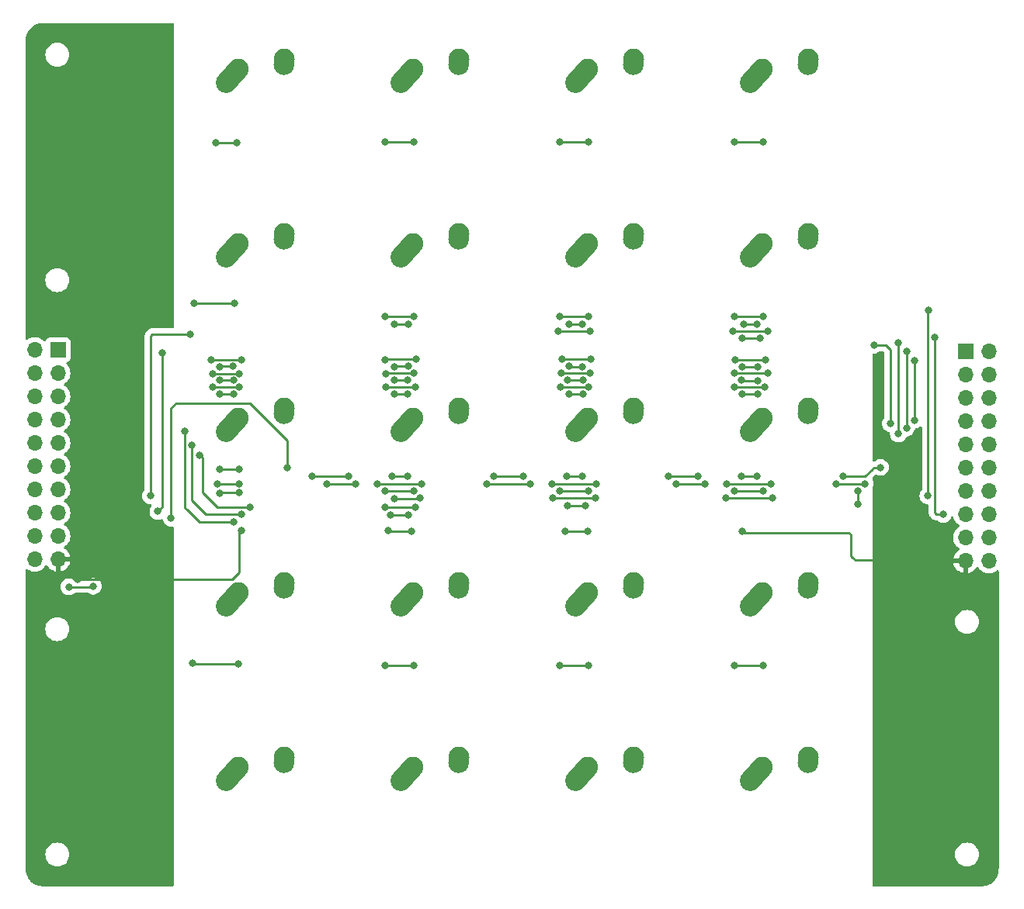
<source format=gbl>
G04 #@! TF.GenerationSoftware,KiCad,Pcbnew,(6.0.9)*
G04 #@! TF.CreationDate,2023-03-10T16:48:27-06:00*
G04 #@! TF.ProjectId,Number Pad,4e756d62-6572-4205-9061-642e6b696361,rev?*
G04 #@! TF.SameCoordinates,Original*
G04 #@! TF.FileFunction,Copper,L2,Bot*
G04 #@! TF.FilePolarity,Positive*
%FSLAX46Y46*%
G04 Gerber Fmt 4.6, Leading zero omitted, Abs format (unit mm)*
G04 Created by KiCad (PCBNEW (6.0.9)) date 2023-03-10 16:48:27*
%MOMM*%
%LPD*%
G01*
G04 APERTURE LIST*
G04 Aperture macros list*
%AMHorizOval*
0 Thick line with rounded ends*
0 $1 width*
0 $2 $3 position (X,Y) of the first rounded end (center of the circle)*
0 $4 $5 position (X,Y) of the second rounded end (center of the circle)*
0 Add line between two ends*
20,1,$1,$2,$3,$4,$5,0*
0 Add two circle primitives to create the rounded ends*
1,1,$1,$2,$3*
1,1,$1,$4,$5*%
G04 Aperture macros list end*
G04 #@! TA.AperFunction,ComponentPad*
%ADD10HorizOval,2.250000X0.655001X0.730000X-0.655001X-0.730000X0*%
G04 #@! TD*
G04 #@! TA.AperFunction,ComponentPad*
%ADD11C,2.250000*%
G04 #@! TD*
G04 #@! TA.AperFunction,ComponentPad*
%ADD12HorizOval,2.250000X0.020000X0.290000X-0.020000X-0.290000X0*%
G04 #@! TD*
G04 #@! TA.AperFunction,ComponentPad*
%ADD13R,1.700000X1.700000*%
G04 #@! TD*
G04 #@! TA.AperFunction,ComponentPad*
%ADD14O,1.700000X1.700000*%
G04 #@! TD*
G04 #@! TA.AperFunction,ViaPad*
%ADD15C,0.800000*%
G04 #@! TD*
G04 #@! TA.AperFunction,Conductor*
%ADD16C,0.250000*%
G04 #@! TD*
G04 APERTURE END LIST*
D10*
X46851251Y-59436250D03*
D11*
X47506250Y-58706250D03*
D12*
X52526250Y-57916250D03*
D11*
X52546250Y-57626250D03*
D10*
X46851251Y-40386250D03*
D11*
X47506250Y-39656250D03*
X52546250Y-38576250D03*
D12*
X52526250Y-38866250D03*
D11*
X85606250Y-96806250D03*
D10*
X84951251Y-97536250D03*
D12*
X90626250Y-96016250D03*
D11*
X90646250Y-95726250D03*
X85606250Y-58706250D03*
D10*
X84951251Y-59436250D03*
D11*
X90646250Y-57626250D03*
D12*
X90626250Y-57916250D03*
D10*
X104001251Y-59436250D03*
D11*
X104656250Y-58706250D03*
X109696250Y-57626250D03*
D12*
X109676250Y-57916250D03*
D11*
X47506250Y-77756250D03*
D10*
X46851251Y-78486250D03*
D12*
X52526250Y-76966250D03*
D11*
X52546250Y-76676250D03*
X85606250Y-77756250D03*
D10*
X84951251Y-78486250D03*
D12*
X90626250Y-76966250D03*
D11*
X90646250Y-76676250D03*
D13*
X126841250Y-51435000D03*
D14*
X129381250Y-51435000D03*
X126841250Y-53975000D03*
X129381250Y-53975000D03*
X126841250Y-56515000D03*
X129381250Y-56515000D03*
X126841250Y-59055000D03*
X129381250Y-59055000D03*
X126841250Y-61595000D03*
X129381250Y-61595000D03*
X126841250Y-64135000D03*
X129381250Y-64135000D03*
X126841250Y-66675000D03*
X129381250Y-66675000D03*
X126841250Y-69215000D03*
X129381250Y-69215000D03*
X126841250Y-71755000D03*
X129381250Y-71755000D03*
X126841250Y-74295000D03*
X129381250Y-74295000D03*
D11*
X47506250Y-96806250D03*
D10*
X46851251Y-97536250D03*
D11*
X52546250Y-95726250D03*
D12*
X52526250Y-96016250D03*
D10*
X65901251Y-78486250D03*
D11*
X66556250Y-77756250D03*
X71596250Y-76676250D03*
D12*
X71576250Y-76966250D03*
D10*
X65901251Y-21336250D03*
D11*
X66556250Y-20606250D03*
X71596250Y-19526250D03*
D12*
X71576250Y-19816250D03*
D10*
X65901251Y-40386250D03*
D11*
X66556250Y-39656250D03*
D12*
X71576250Y-38866250D03*
D11*
X71596250Y-38576250D03*
D10*
X84951251Y-40386250D03*
D11*
X85606250Y-39656250D03*
D12*
X90626250Y-38866250D03*
D11*
X90646250Y-38576250D03*
X47506250Y-20606250D03*
D10*
X46851251Y-21336250D03*
D11*
X52546250Y-19526250D03*
D12*
X52526250Y-19816250D03*
D10*
X104001251Y-40386250D03*
D11*
X104656250Y-39656250D03*
D12*
X109676250Y-38866250D03*
D11*
X109696250Y-38576250D03*
D10*
X104001251Y-78486250D03*
D11*
X104656250Y-77756250D03*
D12*
X109676250Y-76966250D03*
D11*
X109696250Y-76676250D03*
X104656250Y-96806250D03*
D10*
X104001251Y-97536250D03*
D12*
X109676250Y-96016250D03*
D11*
X109696250Y-95726250D03*
X66556250Y-96806250D03*
D10*
X65901251Y-97536250D03*
D11*
X71596250Y-95726250D03*
D12*
X71576250Y-96016250D03*
D13*
X27850000Y-51256250D03*
D14*
X25310000Y-51256250D03*
X27850000Y-53796250D03*
X25310000Y-53796250D03*
X27850000Y-56336250D03*
X25310000Y-56336250D03*
X27850000Y-58876250D03*
X25310000Y-58876250D03*
X27850000Y-61416250D03*
X25310000Y-61416250D03*
X27850000Y-63956250D03*
X25310000Y-63956250D03*
X27850000Y-66496250D03*
X25310000Y-66496250D03*
X27850000Y-69036250D03*
X25310000Y-69036250D03*
X27850000Y-71576250D03*
X25310000Y-71576250D03*
X27850000Y-74116250D03*
X25310000Y-74116250D03*
D10*
X65901251Y-59436250D03*
D11*
X66556250Y-58706250D03*
X71596250Y-57626250D03*
D12*
X71576250Y-57916250D03*
D10*
X104001251Y-21336250D03*
D11*
X104656250Y-20606250D03*
X109696250Y-19526250D03*
D12*
X109676250Y-19816250D03*
D10*
X84951251Y-21336250D03*
D11*
X85606250Y-20606250D03*
X90646250Y-19526250D03*
D12*
X90626250Y-19816250D03*
D15*
X66675000Y-28575000D03*
X82550000Y-28575000D03*
X122719500Y-67200000D03*
X63500000Y-28575000D03*
X37950000Y-67220750D03*
X104775000Y-28575000D03*
X101600000Y-28575000D03*
X85725000Y-28575000D03*
X122809000Y-46990000D03*
X47371000Y-28702000D03*
X42300000Y-49550000D03*
X45085000Y-28702000D03*
X66675000Y-47625000D03*
X39200000Y-51600000D03*
X63500000Y-47625000D03*
X42709500Y-46228000D03*
X82550000Y-47625000D03*
X85725000Y-47625000D03*
X101600000Y-47625000D03*
X47117000Y-46228000D03*
X123444000Y-49911000D03*
X38750000Y-68900000D03*
X104775000Y-47625000D03*
X124400000Y-69250000D03*
X85725000Y-66675000D03*
X115093750Y-66675000D03*
X66675000Y-66675000D03*
X82550000Y-66675000D03*
X101600000Y-66675000D03*
X104775000Y-66675000D03*
X40200000Y-69650000D03*
X115093750Y-68124000D03*
X104775000Y-66675000D03*
X63500000Y-66675000D03*
X52832000Y-64135000D03*
X104775000Y-85725000D03*
X101600000Y-85725000D03*
X42545000Y-85471000D03*
X47498000Y-85598000D03*
X63500000Y-85725000D03*
X85725000Y-85725000D03*
X82550000Y-85725000D03*
X66675000Y-85725000D03*
X29050000Y-77150000D03*
X31700000Y-77074500D03*
X85020750Y-53123500D03*
X45466000Y-53132464D03*
X46920750Y-53086000D03*
X64516000Y-53123500D03*
X102489000Y-53123500D03*
X66050616Y-53067519D03*
X104140000Y-53123500D03*
X83566000Y-53086000D03*
X102616000Y-48514000D03*
X66040000Y-48514000D03*
X121285000Y-58930750D03*
X83566000Y-48514000D03*
X104070750Y-48514000D03*
X85020750Y-48514000D03*
X64516000Y-48514000D03*
X121285000Y-52481750D03*
X30000000Y-76350000D03*
X121950000Y-74250000D03*
X102489000Y-71120000D03*
X85598000Y-71120000D03*
X63881000Y-70993000D03*
X47879000Y-70993000D03*
X66421000Y-71120000D03*
X83185000Y-71120000D03*
X85852000Y-49276000D03*
X101473000Y-49238500D03*
X82423000Y-49276000D03*
X120396000Y-59817000D03*
X120396000Y-51435000D03*
X41700000Y-60150000D03*
X105283000Y-49238500D03*
X46990000Y-70104000D03*
X119507000Y-50546000D03*
X66040000Y-69342000D03*
X42450000Y-61650000D03*
X119507000Y-60452000D03*
X104394000Y-50038000D03*
X102489000Y-50038000D03*
X64135000Y-69342000D03*
X47879000Y-69215000D03*
X44715271Y-55360729D03*
X82677000Y-55372000D03*
X66802000Y-55372000D03*
X101600000Y-55372000D03*
X85729866Y-55366161D03*
X63627000Y-55372000D03*
X104902000Y-55372000D03*
X47623291Y-55360729D03*
X102489000Y-56134000D03*
X46990000Y-56134000D03*
X104140000Y-56134000D03*
X83566000Y-56134000D03*
X45466000Y-56134000D03*
X85090000Y-56134000D03*
X64521750Y-56134000D03*
X65970750Y-56134000D03*
X45471750Y-54610000D03*
X104195245Y-54647500D03*
X65970750Y-54610000D03*
X83439000Y-54610000D03*
X102362000Y-54610000D03*
X64516000Y-54610000D03*
X46978822Y-54596749D03*
X85098347Y-54591442D03*
X63627000Y-53885500D03*
X85852000Y-53848000D03*
X66675000Y-53848000D03*
X44701552Y-53885500D03*
X47650925Y-53856964D03*
X101600000Y-53848000D03*
X82708661Y-53848000D03*
X105283000Y-53848000D03*
X116840000Y-50762500D03*
X85344000Y-68326000D03*
X43300000Y-62750000D03*
X118618000Y-59309000D03*
X63500000Y-68453000D03*
X48768000Y-68453000D03*
X66802000Y-68453000D03*
X83439000Y-68326000D03*
X65970750Y-65087500D03*
X78581250Y-65087500D03*
X117550000Y-64100000D03*
X97631250Y-65087500D03*
X47625000Y-64293750D03*
X113506250Y-65087500D03*
X75406250Y-65087500D03*
X83343750Y-65087500D03*
X104070750Y-65087500D03*
X59531250Y-65087500D03*
X64293750Y-65087500D03*
X55562500Y-65087500D03*
X102393750Y-65087500D03*
X45471750Y-64293750D03*
X85020750Y-65087500D03*
X94456250Y-65087500D03*
X101727000Y-52399000D03*
X63500000Y-52361500D03*
X66929000Y-52324000D03*
X82804000Y-52324000D03*
X85979000Y-52324000D03*
X47879000Y-52361500D03*
X44577000Y-52407964D03*
X105021460Y-52398500D03*
X60325000Y-65881250D03*
X95250000Y-65881250D03*
X57150000Y-65881250D03*
X45243750Y-65881250D03*
X47625000Y-65881250D03*
X98425000Y-65881250D03*
X74606250Y-65950500D03*
X105568750Y-65881250D03*
X67468750Y-65881250D03*
X62706250Y-65881250D03*
X100806250Y-65881250D03*
X115887500Y-65881250D03*
X81756250Y-65881250D03*
X79375000Y-65881250D03*
X112712500Y-65881250D03*
X86518750Y-65881250D03*
X67314866Y-67442839D03*
X47625000Y-66880753D03*
X105791000Y-67399500D03*
X45471750Y-66900000D03*
X100711000Y-67437000D03*
X86487000Y-67399500D03*
X81788000Y-67437000D03*
X64521750Y-67564000D03*
D16*
X122719000Y-47080000D02*
X122809000Y-46990000D01*
X122719000Y-67199500D02*
X122719000Y-47080000D01*
X41200000Y-49550000D02*
X42300000Y-49550000D01*
X37950000Y-49750000D02*
X38050000Y-49650000D01*
X38050000Y-49650000D02*
X38150000Y-49550000D01*
X37950000Y-67220750D02*
X37950000Y-49750000D01*
X104775000Y-28575000D02*
X101600000Y-28575000D01*
X122719500Y-67200000D02*
X122719000Y-67199500D01*
X45085000Y-28702000D02*
X47371000Y-28702000D01*
X66675000Y-28575000D02*
X63500000Y-28575000D01*
X85725000Y-28575000D02*
X82550000Y-28575000D01*
X38150000Y-49550000D02*
X41200000Y-49550000D01*
X123444000Y-49911000D02*
X123444000Y-69044000D01*
X123650000Y-69250000D02*
X123444000Y-69044000D01*
X85725000Y-47625000D02*
X82550000Y-47625000D01*
X39200000Y-51600000D02*
X39200000Y-68450000D01*
X66675000Y-47625000D02*
X63500000Y-47625000D01*
X124400000Y-69250000D02*
X123650000Y-69250000D01*
X104775000Y-47625000D02*
X101600000Y-47625000D01*
X39200000Y-68450000D02*
X38750000Y-68900000D01*
X42709500Y-46228000D02*
X47117000Y-46228000D01*
X41250000Y-57150000D02*
X48768000Y-57150000D01*
X104775000Y-66675000D02*
X101600000Y-66675000D01*
X66675000Y-66675000D02*
X63500000Y-66675000D01*
X41250000Y-57150000D02*
X40650000Y-57150000D01*
X85725000Y-66675000D02*
X82550000Y-66675000D01*
X115093750Y-68124000D02*
X115093750Y-66675000D01*
X40550000Y-57250000D02*
X40200000Y-57600000D01*
X40200000Y-57600000D02*
X40200000Y-69650000D01*
X40650000Y-57150000D02*
X40550000Y-57250000D01*
X48768000Y-57150000D02*
X52832000Y-61214000D01*
X52832000Y-61214000D02*
X52832000Y-64135000D01*
X66675000Y-85725000D02*
X63500000Y-85725000D01*
X42672000Y-85598000D02*
X42545000Y-85471000D01*
X85725000Y-85725000D02*
X82550000Y-85725000D01*
X47498000Y-85598000D02*
X42672000Y-85598000D01*
X104775000Y-85725000D02*
X101600000Y-85725000D01*
X29400000Y-77150000D02*
X29050000Y-77150000D01*
X31624500Y-77150000D02*
X29400000Y-77150000D01*
X31700000Y-77074500D02*
X31624500Y-77150000D01*
X45512464Y-53086000D02*
X45466000Y-53132464D01*
X83603500Y-53123500D02*
X83566000Y-53086000D01*
X64571981Y-53067519D02*
X64516000Y-53123500D01*
X46920750Y-53086000D02*
X45512464Y-53086000D01*
X85020750Y-53123500D02*
X83603500Y-53123500D01*
X66050616Y-53067519D02*
X64571981Y-53067519D01*
X104140000Y-53123500D02*
X102489000Y-53123500D01*
X121285000Y-58930750D02*
X121285000Y-52481750D01*
X85020750Y-48514000D02*
X83566000Y-48514000D01*
X104070750Y-48514000D02*
X102616000Y-48514000D01*
X66040000Y-48514000D02*
X64516000Y-48514000D01*
X47625000Y-75565000D02*
X47625000Y-71247000D01*
X114300000Y-71437500D02*
X114068750Y-71206250D01*
X114068750Y-71206250D02*
X102575250Y-71206250D01*
X114500000Y-73950000D02*
X114800000Y-74250000D01*
X66421000Y-71120000D02*
X64008000Y-71120000D01*
X114300000Y-73025000D02*
X114300000Y-73750000D01*
X47445000Y-75745000D02*
X47625000Y-75565000D01*
X47625000Y-71247000D02*
X47879000Y-70993000D01*
X46863000Y-76327000D02*
X47445000Y-75745000D01*
X114300000Y-71437500D02*
X114300000Y-73025000D01*
X114300000Y-73750000D02*
X114500000Y-73950000D01*
X102575250Y-71206250D02*
X102489000Y-71120000D01*
X85598000Y-71120000D02*
X83185000Y-71120000D01*
X46840000Y-76350000D02*
X47445000Y-75745000D01*
X30000000Y-76350000D02*
X46840000Y-76350000D01*
X114800000Y-74250000D02*
X121950000Y-74250000D01*
X64008000Y-71120000D02*
X63881000Y-70993000D01*
X43304000Y-70104000D02*
X41900000Y-68700000D01*
X45646000Y-70104000D02*
X43304000Y-70104000D01*
X120396000Y-59817000D02*
X120396000Y-51435000D01*
X41700000Y-68500000D02*
X41700000Y-60150000D01*
X85852000Y-49276000D02*
X82423000Y-49276000D01*
X105283000Y-49238500D02*
X101473000Y-49238500D01*
X45646000Y-70104000D02*
X46990000Y-70104000D01*
X41900000Y-68700000D02*
X41700000Y-68500000D01*
X64135000Y-69342000D02*
X66040000Y-69342000D01*
X42450000Y-67700000D02*
X42450000Y-61650000D01*
X44450000Y-69215000D02*
X43965000Y-69215000D01*
X43600000Y-68850000D02*
X42450000Y-67700000D01*
X43965000Y-69215000D02*
X43600000Y-68850000D01*
X104394000Y-50038000D02*
X102489000Y-50038000D01*
X119507000Y-60452000D02*
X119507000Y-50546000D01*
X44450000Y-69215000D02*
X47879000Y-69215000D01*
X85724027Y-55372000D02*
X82677000Y-55372000D01*
X85729866Y-55366161D02*
X85724027Y-55372000D01*
X104902000Y-55372000D02*
X101600000Y-55372000D01*
X47623291Y-55360729D02*
X44715271Y-55360729D01*
X66802000Y-55372000D02*
X63627000Y-55372000D01*
X46990000Y-56134000D02*
X45466000Y-56134000D01*
X104140000Y-56134000D02*
X102489000Y-56134000D01*
X65970750Y-56134000D02*
X64521750Y-56134000D01*
X85090000Y-56134000D02*
X83566000Y-56134000D01*
X85098347Y-54591442D02*
X83457558Y-54591442D01*
X83457558Y-54591442D02*
X83439000Y-54610000D01*
X45485001Y-54596749D02*
X45471750Y-54610000D01*
X102399500Y-54647500D02*
X102362000Y-54610000D01*
X104195245Y-54647500D02*
X102399500Y-54647500D01*
X65970750Y-54610000D02*
X64516000Y-54610000D01*
X46978822Y-54596749D02*
X45485001Y-54596749D01*
X66675000Y-53848000D02*
X63664500Y-53848000D01*
X44730088Y-53856964D02*
X44701552Y-53885500D01*
X105283000Y-53848000D02*
X101600000Y-53848000D01*
X63664500Y-53848000D02*
X63627000Y-53885500D01*
X47650925Y-53856964D02*
X44730088Y-53856964D01*
X85852000Y-53848000D02*
X82708661Y-53848000D01*
X43300000Y-62750000D02*
X43400000Y-62750000D01*
X63500000Y-68453000D02*
X66802000Y-68453000D01*
X83439000Y-68326000D02*
X85344000Y-68326000D01*
X43650000Y-66850000D02*
X45253000Y-68453000D01*
X118110000Y-50800000D02*
X118072500Y-50762500D01*
X118072500Y-50762500D02*
X116840000Y-50762500D01*
X45253000Y-68453000D02*
X48768000Y-68453000D01*
X43400000Y-62750000D02*
X43650000Y-63000000D01*
X118618000Y-51308000D02*
X118110000Y-50800000D01*
X43650000Y-63000000D02*
X43650000Y-66850000D01*
X118618000Y-59309000D02*
X118618000Y-51308000D01*
X55562500Y-65087500D02*
X59531250Y-65087500D01*
X83343750Y-65087500D02*
X85020750Y-65087500D01*
X45471750Y-64293750D02*
X47625000Y-64293750D01*
X64293750Y-65087500D02*
X65881250Y-65087500D01*
X116800000Y-64150000D02*
X116850000Y-64100000D01*
X116681250Y-64293750D02*
X116681250Y-64268750D01*
X116681250Y-64268750D02*
X116800000Y-64150000D01*
X116850000Y-64100000D02*
X117550000Y-64100000D01*
X65881250Y-65087500D02*
X65970750Y-65087500D01*
X94456250Y-65087500D02*
X97631250Y-65087500D01*
X113506250Y-65087500D02*
X115887500Y-65087500D01*
X115887500Y-65087500D02*
X116681250Y-64293750D01*
X75406250Y-65087500D02*
X78581250Y-65087500D01*
X102393750Y-65087500D02*
X104070750Y-65087500D01*
X105021460Y-52398500D02*
X101727500Y-52398500D01*
X101727500Y-52398500D02*
X101727000Y-52399000D01*
X66929000Y-52324000D02*
X63537500Y-52324000D01*
X44623464Y-52361500D02*
X44577000Y-52407964D01*
X47879000Y-52361500D02*
X44623464Y-52361500D01*
X85979000Y-52324000D02*
X82804000Y-52324000D01*
X63537500Y-52324000D02*
X63500000Y-52361500D01*
X67468750Y-65881250D02*
X62706250Y-65881250D01*
X47625000Y-65881250D02*
X45243750Y-65881250D01*
X79375000Y-65881250D02*
X74675500Y-65881250D01*
X86518750Y-65881250D02*
X81756250Y-65881250D01*
X105568750Y-65881250D02*
X100806250Y-65881250D01*
X98425000Y-65881250D02*
X95250000Y-65881250D01*
X74675500Y-65881250D02*
X74606250Y-65950500D01*
X60325000Y-65881250D02*
X57150000Y-65881250D01*
X115887500Y-65881250D02*
X112712500Y-65881250D01*
X86487000Y-67399500D02*
X86449500Y-67437000D01*
X105791000Y-67399500D02*
X100748500Y-67399500D01*
X45485112Y-66880753D02*
X45485112Y-66886638D01*
X67314866Y-67442839D02*
X67193705Y-67564000D01*
X86449500Y-67437000D02*
X81788000Y-67437000D01*
X47625000Y-66880753D02*
X45485112Y-66880753D01*
X100748500Y-67399500D02*
X100711000Y-67437000D01*
X67193705Y-67564000D02*
X64521750Y-67564000D01*
X45485112Y-66886638D02*
X45471750Y-66900000D01*
G04 #@! TA.AperFunction,Conductor*
G36*
X40423371Y-15609752D02*
G01*
X40469864Y-15663408D01*
X40481250Y-15715750D01*
X40481250Y-48790500D01*
X40461248Y-48858621D01*
X40407592Y-48905114D01*
X40355250Y-48916500D01*
X38228763Y-48916500D01*
X38217579Y-48915973D01*
X38210091Y-48914299D01*
X38202168Y-48914548D01*
X38142033Y-48916438D01*
X38138075Y-48916500D01*
X38110144Y-48916500D01*
X38106229Y-48916995D01*
X38106225Y-48916995D01*
X38106167Y-48917003D01*
X38106138Y-48917006D01*
X38094296Y-48917939D01*
X38050110Y-48919327D01*
X38032744Y-48924372D01*
X38030658Y-48924978D01*
X38011306Y-48928986D01*
X38004235Y-48929880D01*
X37991203Y-48931526D01*
X37983834Y-48934443D01*
X37983832Y-48934444D01*
X37950097Y-48947800D01*
X37938869Y-48951645D01*
X37896407Y-48963982D01*
X37889585Y-48968016D01*
X37889579Y-48968019D01*
X37878968Y-48974294D01*
X37861218Y-48982990D01*
X37849756Y-48987528D01*
X37849751Y-48987531D01*
X37842383Y-48990448D01*
X37835968Y-48995109D01*
X37806625Y-49016427D01*
X37796707Y-49022943D01*
X37779002Y-49033414D01*
X37758637Y-49045458D01*
X37744313Y-49059782D01*
X37729281Y-49072621D01*
X37712893Y-49084528D01*
X37684712Y-49118593D01*
X37676722Y-49127373D01*
X37557747Y-49246348D01*
X37549461Y-49253888D01*
X37542982Y-49258000D01*
X37537557Y-49263777D01*
X37496357Y-49307651D01*
X37493602Y-49310493D01*
X37473865Y-49330230D01*
X37471385Y-49333427D01*
X37463682Y-49342447D01*
X37433414Y-49374679D01*
X37429595Y-49381625D01*
X37429593Y-49381628D01*
X37423652Y-49392434D01*
X37412801Y-49408953D01*
X37400386Y-49424959D01*
X37397241Y-49432228D01*
X37397238Y-49432232D01*
X37382826Y-49465537D01*
X37377609Y-49476187D01*
X37356305Y-49514940D01*
X37354334Y-49522615D01*
X37354334Y-49522616D01*
X37351267Y-49534562D01*
X37344863Y-49553266D01*
X37336819Y-49571855D01*
X37335580Y-49579678D01*
X37335577Y-49579688D01*
X37329901Y-49615524D01*
X37327495Y-49627144D01*
X37316500Y-49669970D01*
X37316500Y-49690224D01*
X37314949Y-49709934D01*
X37311780Y-49729943D01*
X37312526Y-49737835D01*
X37315941Y-49773961D01*
X37316500Y-49785819D01*
X37316500Y-66518226D01*
X37296498Y-66586347D01*
X37284142Y-66602529D01*
X37210960Y-66683806D01*
X37115473Y-66849194D01*
X37056458Y-67030822D01*
X37036496Y-67220750D01*
X37037186Y-67227315D01*
X37053590Y-67383387D01*
X37056458Y-67410678D01*
X37115473Y-67592306D01*
X37118776Y-67598028D01*
X37118777Y-67598029D01*
X37128859Y-67615492D01*
X37210960Y-67757694D01*
X37215378Y-67762601D01*
X37215379Y-67762602D01*
X37242649Y-67792888D01*
X37338747Y-67899616D01*
X37493248Y-68011868D01*
X37499276Y-68014552D01*
X37499278Y-68014553D01*
X37563441Y-68043120D01*
X37667712Y-68089544D01*
X37739246Y-68104749D01*
X37848056Y-68127878D01*
X37848061Y-68127878D01*
X37854513Y-68129250D01*
X37938480Y-68129250D01*
X38006601Y-68149252D01*
X38053094Y-68202908D01*
X38063198Y-68273182D01*
X38032117Y-68339559D01*
X38010960Y-68363056D01*
X37915473Y-68528444D01*
X37856458Y-68710072D01*
X37836496Y-68900000D01*
X37856458Y-69089928D01*
X37915473Y-69271556D01*
X38010960Y-69436944D01*
X38015378Y-69441851D01*
X38015379Y-69441852D01*
X38089282Y-69523930D01*
X38138747Y-69578866D01*
X38293248Y-69691118D01*
X38299276Y-69693802D01*
X38299278Y-69693803D01*
X38461679Y-69766108D01*
X38467712Y-69768794D01*
X38561113Y-69788647D01*
X38648056Y-69807128D01*
X38648061Y-69807128D01*
X38654513Y-69808500D01*
X38845487Y-69808500D01*
X38851939Y-69807128D01*
X38851944Y-69807128D01*
X38938887Y-69788647D01*
X39032288Y-69768794D01*
X39038315Y-69766111D01*
X39038323Y-69766108D01*
X39128629Y-69725901D01*
X39198996Y-69716467D01*
X39263293Y-69746574D01*
X39301106Y-69806663D01*
X39305186Y-69827834D01*
X39305767Y-69833358D01*
X39306458Y-69839928D01*
X39365473Y-70021556D01*
X39460960Y-70186944D01*
X39465378Y-70191851D01*
X39465379Y-70191852D01*
X39578195Y-70317147D01*
X39588747Y-70328866D01*
X39594283Y-70332888D01*
X39711494Y-70418047D01*
X39743248Y-70441118D01*
X39749276Y-70443802D01*
X39749278Y-70443803D01*
X39749833Y-70444050D01*
X39917712Y-70518794D01*
X40011112Y-70538647D01*
X40098056Y-70557128D01*
X40098061Y-70557128D01*
X40104513Y-70558500D01*
X40295487Y-70558500D01*
X40301942Y-70557128D01*
X40301951Y-70557127D01*
X40329052Y-70551366D01*
X40399843Y-70556767D01*
X40456476Y-70599583D01*
X40480970Y-70666220D01*
X40481250Y-70674612D01*
X40481250Y-109696750D01*
X40461248Y-109764871D01*
X40407592Y-109811364D01*
X40355250Y-109822750D01*
X26243117Y-109822750D01*
X26223732Y-109821250D01*
X26208899Y-109818940D01*
X26208895Y-109818940D01*
X26200026Y-109817559D01*
X26183738Y-109819689D01*
X26159160Y-109820483D01*
X26114551Y-109817559D01*
X25957549Y-109807268D01*
X25941209Y-109805117D01*
X25717147Y-109760549D01*
X25701226Y-109756283D01*
X25484899Y-109682849D01*
X25469673Y-109676542D01*
X25264783Y-109575502D01*
X25250509Y-109567261D01*
X25060562Y-109440342D01*
X25047487Y-109430309D01*
X24875726Y-109279679D01*
X24864071Y-109268024D01*
X24713441Y-109096263D01*
X24703408Y-109083188D01*
X24576489Y-108893241D01*
X24568248Y-108878967D01*
X24467208Y-108674077D01*
X24460901Y-108658851D01*
X24387467Y-108442524D01*
X24383201Y-108426603D01*
X24338633Y-108202541D01*
X24336482Y-108186201D01*
X24323976Y-107995407D01*
X24325150Y-107972232D01*
X24324834Y-107972204D01*
X24325270Y-107967344D01*
X24326076Y-107962552D01*
X24326229Y-107950000D01*
X24322273Y-107922376D01*
X24321000Y-107904514D01*
X24321000Y-106362500D01*
X26474026Y-106362500D01*
X26493886Y-106589497D01*
X26552861Y-106809597D01*
X26555183Y-106814577D01*
X26555184Y-106814579D01*
X26646835Y-107011125D01*
X26646838Y-107011130D01*
X26649161Y-107016112D01*
X26779858Y-107202767D01*
X26940983Y-107363892D01*
X26945491Y-107367049D01*
X26945494Y-107367051D01*
X27123129Y-107491432D01*
X27127638Y-107494589D01*
X27132620Y-107496912D01*
X27132625Y-107496915D01*
X27329171Y-107588566D01*
X27334153Y-107590889D01*
X27339461Y-107592311D01*
X27339463Y-107592312D01*
X27548938Y-107648440D01*
X27548939Y-107648440D01*
X27554253Y-107649864D01*
X27781250Y-107669724D01*
X28008247Y-107649864D01*
X28013561Y-107648440D01*
X28013562Y-107648440D01*
X28223037Y-107592312D01*
X28223039Y-107592311D01*
X28228347Y-107590889D01*
X28233329Y-107588566D01*
X28429875Y-107496915D01*
X28429880Y-107496912D01*
X28434862Y-107494589D01*
X28439371Y-107491432D01*
X28617006Y-107367051D01*
X28617009Y-107367049D01*
X28621517Y-107363892D01*
X28782642Y-107202767D01*
X28913339Y-107016112D01*
X28915662Y-107011130D01*
X28915665Y-107011125D01*
X29007316Y-106814579D01*
X29007317Y-106814577D01*
X29009639Y-106809597D01*
X29068614Y-106589497D01*
X29088474Y-106362500D01*
X29068614Y-106135503D01*
X29009639Y-105915403D01*
X29007316Y-105910421D01*
X28915665Y-105713875D01*
X28915662Y-105713870D01*
X28913339Y-105708888D01*
X28782642Y-105522233D01*
X28621517Y-105361108D01*
X28617009Y-105357951D01*
X28617006Y-105357949D01*
X28439371Y-105233568D01*
X28439369Y-105233567D01*
X28434862Y-105230411D01*
X28429880Y-105228088D01*
X28429875Y-105228085D01*
X28233329Y-105136434D01*
X28233327Y-105136433D01*
X28228347Y-105134111D01*
X28223039Y-105132689D01*
X28223037Y-105132688D01*
X28013562Y-105076560D01*
X28013561Y-105076560D01*
X28008247Y-105075136D01*
X27781250Y-105055276D01*
X27554253Y-105075136D01*
X27548939Y-105076560D01*
X27548938Y-105076560D01*
X27339463Y-105132688D01*
X27339461Y-105132689D01*
X27334153Y-105134111D01*
X27329173Y-105136433D01*
X27329171Y-105136434D01*
X27132625Y-105228085D01*
X27132620Y-105228088D01*
X27127638Y-105230411D01*
X27123131Y-105233567D01*
X27123129Y-105233568D01*
X26945494Y-105357949D01*
X26945491Y-105357951D01*
X26940983Y-105361108D01*
X26779858Y-105522233D01*
X26649161Y-105708888D01*
X26646838Y-105713870D01*
X26646835Y-105713875D01*
X26555184Y-105910421D01*
X26552861Y-105915403D01*
X26493886Y-106135503D01*
X26474026Y-106362500D01*
X24321000Y-106362500D01*
X24321000Y-81756250D01*
X26474026Y-81756250D01*
X26493886Y-81983247D01*
X26552861Y-82203347D01*
X26555183Y-82208327D01*
X26555184Y-82208329D01*
X26646835Y-82404875D01*
X26646838Y-82404880D01*
X26649161Y-82409862D01*
X26779858Y-82596517D01*
X26940983Y-82757642D01*
X26945491Y-82760799D01*
X26945494Y-82760801D01*
X27123129Y-82885182D01*
X27127638Y-82888339D01*
X27132620Y-82890662D01*
X27132625Y-82890665D01*
X27329171Y-82982316D01*
X27334153Y-82984639D01*
X27339461Y-82986061D01*
X27339463Y-82986062D01*
X27548938Y-83042190D01*
X27548939Y-83042190D01*
X27554253Y-83043614D01*
X27781250Y-83063474D01*
X28008247Y-83043614D01*
X28013561Y-83042190D01*
X28013562Y-83042190D01*
X28223037Y-82986062D01*
X28223039Y-82986061D01*
X28228347Y-82984639D01*
X28233329Y-82982316D01*
X28429875Y-82890665D01*
X28429880Y-82890662D01*
X28434862Y-82888339D01*
X28439371Y-82885182D01*
X28617006Y-82760801D01*
X28617009Y-82760799D01*
X28621517Y-82757642D01*
X28782642Y-82596517D01*
X28913339Y-82409862D01*
X28915662Y-82404880D01*
X28915665Y-82404875D01*
X29007316Y-82208329D01*
X29007317Y-82208327D01*
X29009639Y-82203347D01*
X29068614Y-81983247D01*
X29088474Y-81756250D01*
X29068614Y-81529253D01*
X29009639Y-81309153D01*
X29007316Y-81304171D01*
X28915665Y-81107625D01*
X28915662Y-81107620D01*
X28913339Y-81102638D01*
X28782642Y-80915983D01*
X28621517Y-80754858D01*
X28617009Y-80751701D01*
X28617006Y-80751699D01*
X28439371Y-80627318D01*
X28439369Y-80627317D01*
X28434862Y-80624161D01*
X28429880Y-80621838D01*
X28429875Y-80621835D01*
X28233329Y-80530184D01*
X28233327Y-80530183D01*
X28228347Y-80527861D01*
X28223039Y-80526439D01*
X28223037Y-80526438D01*
X28013562Y-80470310D01*
X28013561Y-80470310D01*
X28008247Y-80468886D01*
X27781250Y-80449026D01*
X27554253Y-80468886D01*
X27548939Y-80470310D01*
X27548938Y-80470310D01*
X27339463Y-80526438D01*
X27339461Y-80526439D01*
X27334153Y-80527861D01*
X27329173Y-80530183D01*
X27329171Y-80530184D01*
X27132625Y-80621835D01*
X27132620Y-80621838D01*
X27127638Y-80624161D01*
X27123131Y-80627317D01*
X27123129Y-80627318D01*
X26945494Y-80751699D01*
X26945491Y-80751701D01*
X26940983Y-80754858D01*
X26779858Y-80915983D01*
X26649161Y-81102638D01*
X26646838Y-81107620D01*
X26646835Y-81107625D01*
X26555184Y-81304171D01*
X26552861Y-81309153D01*
X26493886Y-81529253D01*
X26474026Y-81756250D01*
X24321000Y-81756250D01*
X24321000Y-77150000D01*
X28136496Y-77150000D01*
X28137186Y-77156565D01*
X28149183Y-77270706D01*
X28156458Y-77339928D01*
X28215473Y-77521556D01*
X28310960Y-77686944D01*
X28315378Y-77691851D01*
X28315379Y-77691852D01*
X28430350Y-77819540D01*
X28438747Y-77828866D01*
X28593248Y-77941118D01*
X28599276Y-77943802D01*
X28599278Y-77943803D01*
X28761681Y-78016109D01*
X28767712Y-78018794D01*
X28861112Y-78038647D01*
X28948056Y-78057128D01*
X28948061Y-78057128D01*
X28954513Y-78058500D01*
X29145487Y-78058500D01*
X29151939Y-78057128D01*
X29151944Y-78057128D01*
X29238888Y-78038647D01*
X29332288Y-78018794D01*
X29338319Y-78016109D01*
X29500722Y-77943803D01*
X29500724Y-77943802D01*
X29506752Y-77941118D01*
X29661253Y-77828866D01*
X29665668Y-77823963D01*
X29670580Y-77819540D01*
X29671705Y-77820789D01*
X29725014Y-77787949D01*
X29758200Y-77783500D01*
X31089283Y-77783500D01*
X31157404Y-77803502D01*
X31163344Y-77807564D01*
X31192664Y-77828866D01*
X31243248Y-77865618D01*
X31249276Y-77868302D01*
X31249278Y-77868303D01*
X31411681Y-77940609D01*
X31417712Y-77943294D01*
X31511113Y-77963147D01*
X31598056Y-77981628D01*
X31598061Y-77981628D01*
X31604513Y-77983000D01*
X31795487Y-77983000D01*
X31801939Y-77981628D01*
X31801944Y-77981628D01*
X31888887Y-77963147D01*
X31982288Y-77943294D01*
X31988319Y-77940609D01*
X32150722Y-77868303D01*
X32150724Y-77868302D01*
X32156752Y-77865618D01*
X32311253Y-77753366D01*
X32315675Y-77748455D01*
X32434621Y-77616352D01*
X32434622Y-77616351D01*
X32439040Y-77611444D01*
X32534527Y-77446056D01*
X32593542Y-77264428D01*
X32613504Y-77074500D01*
X32601477Y-76960072D01*
X32594232Y-76891135D01*
X32594232Y-76891133D01*
X32593542Y-76884572D01*
X32534527Y-76702944D01*
X32439040Y-76537556D01*
X32379234Y-76471134D01*
X32315675Y-76400545D01*
X32315674Y-76400544D01*
X32311253Y-76395634D01*
X32156752Y-76283382D01*
X32150724Y-76280698D01*
X32150722Y-76280697D01*
X31988319Y-76208391D01*
X31988318Y-76208391D01*
X31982288Y-76205706D01*
X31888887Y-76185853D01*
X31801944Y-76167372D01*
X31801939Y-76167372D01*
X31795487Y-76166000D01*
X31604513Y-76166000D01*
X31598061Y-76167372D01*
X31598056Y-76167372D01*
X31511113Y-76185853D01*
X31417712Y-76205706D01*
X31411682Y-76208391D01*
X31411681Y-76208391D01*
X31249278Y-76280697D01*
X31249276Y-76280698D01*
X31243248Y-76283382D01*
X31088747Y-76395634D01*
X31024260Y-76467255D01*
X31017457Y-76474810D01*
X30957011Y-76512050D01*
X30923821Y-76516500D01*
X29758200Y-76516500D01*
X29690079Y-76496498D01*
X29670853Y-76480157D01*
X29670580Y-76480460D01*
X29665668Y-76476037D01*
X29661253Y-76471134D01*
X29506752Y-76358882D01*
X29500724Y-76356198D01*
X29500722Y-76356197D01*
X29338319Y-76283891D01*
X29338318Y-76283891D01*
X29332288Y-76281206D01*
X29238888Y-76261353D01*
X29151944Y-76242872D01*
X29151939Y-76242872D01*
X29145487Y-76241500D01*
X28954513Y-76241500D01*
X28948061Y-76242872D01*
X28948056Y-76242872D01*
X28861112Y-76261353D01*
X28767712Y-76281206D01*
X28761682Y-76283891D01*
X28761681Y-76283891D01*
X28599278Y-76356197D01*
X28599276Y-76356198D01*
X28593248Y-76358882D01*
X28438747Y-76471134D01*
X28434326Y-76476044D01*
X28434325Y-76476045D01*
X28383360Y-76532648D01*
X28310960Y-76613056D01*
X28215473Y-76778444D01*
X28156458Y-76960072D01*
X28136496Y-77150000D01*
X24321000Y-77150000D01*
X24321000Y-75329294D01*
X24341002Y-75261173D01*
X24394658Y-75214680D01*
X24464932Y-75204576D01*
X24518647Y-75228420D01*
X24519912Y-75226613D01*
X24524145Y-75229577D01*
X24528126Y-75232882D01*
X24721000Y-75345588D01*
X24929692Y-75425280D01*
X24934760Y-75426311D01*
X24934763Y-75426312D01*
X25029862Y-75445660D01*
X25148597Y-75469817D01*
X25153772Y-75470007D01*
X25153774Y-75470007D01*
X25366673Y-75477814D01*
X25366677Y-75477814D01*
X25371837Y-75478003D01*
X25376957Y-75477347D01*
X25376959Y-75477347D01*
X25588288Y-75450275D01*
X25588289Y-75450275D01*
X25593416Y-75449618D01*
X25598366Y-75448133D01*
X25802429Y-75386911D01*
X25802434Y-75386909D01*
X25807384Y-75385424D01*
X26007994Y-75287146D01*
X26189860Y-75157423D01*
X26348096Y-74999739D01*
X26478453Y-74818327D01*
X26479640Y-74819180D01*
X26526960Y-74775612D01*
X26596897Y-74763395D01*
X26662338Y-74790928D01*
X26690166Y-74822761D01*
X26747694Y-74916638D01*
X26753777Y-74924949D01*
X26893213Y-75085917D01*
X26900580Y-75093133D01*
X27064434Y-75229166D01*
X27072881Y-75235081D01*
X27256756Y-75342529D01*
X27266042Y-75346979D01*
X27465001Y-75422953D01*
X27474899Y-75425829D01*
X27578250Y-75446856D01*
X27592299Y-75445660D01*
X27596000Y-75435315D01*
X27596000Y-75434767D01*
X28104000Y-75434767D01*
X28108064Y-75448609D01*
X28121478Y-75450643D01*
X28128184Y-75449784D01*
X28138262Y-75447642D01*
X28342255Y-75386441D01*
X28351842Y-75382683D01*
X28543095Y-75288989D01*
X28551945Y-75283714D01*
X28725328Y-75160042D01*
X28733200Y-75153389D01*
X28884052Y-75003062D01*
X28890730Y-74995215D01*
X29015003Y-74822270D01*
X29020313Y-74813433D01*
X29114670Y-74622517D01*
X29118469Y-74612922D01*
X29180377Y-74409160D01*
X29182555Y-74399087D01*
X29183986Y-74388212D01*
X29181775Y-74374028D01*
X29168617Y-74370250D01*
X28122115Y-74370250D01*
X28106876Y-74374725D01*
X28105671Y-74376115D01*
X28104000Y-74383798D01*
X28104000Y-75434767D01*
X27596000Y-75434767D01*
X27596000Y-73988250D01*
X27616002Y-73920129D01*
X27669658Y-73873636D01*
X27722000Y-73862250D01*
X29168344Y-73862250D01*
X29181875Y-73858277D01*
X29183180Y-73849197D01*
X29141214Y-73682125D01*
X29137894Y-73672374D01*
X29052972Y-73477064D01*
X29048105Y-73467989D01*
X28932426Y-73289176D01*
X28926136Y-73281007D01*
X28782806Y-73123490D01*
X28775273Y-73116465D01*
X28608139Y-72984472D01*
X28599556Y-72978770D01*
X28562602Y-72958370D01*
X28512631Y-72907937D01*
X28497859Y-72838495D01*
X28522975Y-72772089D01*
X28550327Y-72745482D01*
X28573797Y-72728741D01*
X28729860Y-72617423D01*
X28888096Y-72459739D01*
X29018453Y-72278327D01*
X29039320Y-72236107D01*
X29115136Y-72082703D01*
X29115137Y-72082701D01*
X29117430Y-72078061D01*
X29182370Y-71864319D01*
X29211529Y-71642840D01*
X29213156Y-71576250D01*
X29194852Y-71353611D01*
X29140431Y-71136952D01*
X29051354Y-70932090D01*
X28930014Y-70744527D01*
X28779670Y-70579301D01*
X28775619Y-70576102D01*
X28775615Y-70576098D01*
X28608414Y-70444050D01*
X28608410Y-70444048D01*
X28604359Y-70440848D01*
X28563053Y-70418046D01*
X28513084Y-70367614D01*
X28498312Y-70298171D01*
X28523428Y-70231766D01*
X28550780Y-70205159D01*
X28594603Y-70173900D01*
X28729860Y-70077423D01*
X28888096Y-69919739D01*
X28995575Y-69770166D01*
X29015435Y-69742527D01*
X29018453Y-69738327D01*
X29024595Y-69725901D01*
X29115136Y-69542703D01*
X29115137Y-69542701D01*
X29117430Y-69538061D01*
X29182370Y-69324319D01*
X29211529Y-69102840D01*
X29211691Y-69096206D01*
X29213074Y-69039615D01*
X29213074Y-69039611D01*
X29213156Y-69036250D01*
X29194852Y-68813611D01*
X29140431Y-68596952D01*
X29051354Y-68392090D01*
X28930014Y-68204527D01*
X28779670Y-68039301D01*
X28775619Y-68036102D01*
X28775615Y-68036098D01*
X28608414Y-67904050D01*
X28608410Y-67904048D01*
X28604359Y-67900848D01*
X28563053Y-67878046D01*
X28513084Y-67827614D01*
X28498312Y-67758171D01*
X28523428Y-67691766D01*
X28550780Y-67665159D01*
X28594603Y-67633900D01*
X28729860Y-67537423D01*
X28888096Y-67379739D01*
X29018453Y-67198327D01*
X29039320Y-67156107D01*
X29115136Y-67002703D01*
X29115137Y-67002701D01*
X29117430Y-66998061D01*
X29182370Y-66784319D01*
X29211529Y-66562840D01*
X29213156Y-66496250D01*
X29194852Y-66273611D01*
X29140431Y-66056952D01*
X29051354Y-65852090D01*
X28930014Y-65664527D01*
X28779670Y-65499301D01*
X28775619Y-65496102D01*
X28775615Y-65496098D01*
X28608414Y-65364050D01*
X28608410Y-65364048D01*
X28604359Y-65360848D01*
X28563053Y-65338046D01*
X28513084Y-65287614D01*
X28498312Y-65218171D01*
X28523428Y-65151766D01*
X28550780Y-65125159D01*
X28594603Y-65093900D01*
X28729860Y-64997423D01*
X28888096Y-64839739D01*
X29018453Y-64658327D01*
X29039320Y-64616107D01*
X29115136Y-64462703D01*
X29115137Y-64462701D01*
X29117430Y-64458061D01*
X29182370Y-64244319D01*
X29211529Y-64022840D01*
X29213156Y-63956250D01*
X29194852Y-63733611D01*
X29140431Y-63516952D01*
X29051354Y-63312090D01*
X28930014Y-63124527D01*
X28779670Y-62959301D01*
X28775619Y-62956102D01*
X28775615Y-62956098D01*
X28608414Y-62824050D01*
X28608410Y-62824048D01*
X28604359Y-62820848D01*
X28563053Y-62798046D01*
X28513084Y-62747614D01*
X28498312Y-62678171D01*
X28523428Y-62611766D01*
X28550780Y-62585159D01*
X28594603Y-62553900D01*
X28729860Y-62457423D01*
X28888096Y-62299739D01*
X29018453Y-62118327D01*
X29039320Y-62076107D01*
X29115136Y-61922703D01*
X29115137Y-61922701D01*
X29117430Y-61918061D01*
X29182370Y-61704319D01*
X29211529Y-61482840D01*
X29213156Y-61416250D01*
X29194852Y-61193611D01*
X29140431Y-60976952D01*
X29051354Y-60772090D01*
X28930014Y-60584527D01*
X28779670Y-60419301D01*
X28775619Y-60416102D01*
X28775615Y-60416098D01*
X28608414Y-60284050D01*
X28608410Y-60284048D01*
X28604359Y-60280848D01*
X28563053Y-60258046D01*
X28513084Y-60207614D01*
X28498312Y-60138171D01*
X28523428Y-60071766D01*
X28550780Y-60045159D01*
X28594603Y-60013900D01*
X28729860Y-59917423D01*
X28888096Y-59759739D01*
X29018453Y-59578327D01*
X29039320Y-59536107D01*
X29115136Y-59382703D01*
X29115137Y-59382701D01*
X29117430Y-59378061D01*
X29182370Y-59164319D01*
X29211529Y-58942840D01*
X29213156Y-58876250D01*
X29194852Y-58653611D01*
X29140431Y-58436952D01*
X29051354Y-58232090D01*
X28930014Y-58044527D01*
X28779670Y-57879301D01*
X28775619Y-57876102D01*
X28775615Y-57876098D01*
X28608414Y-57744050D01*
X28608410Y-57744048D01*
X28604359Y-57740848D01*
X28563053Y-57718046D01*
X28513084Y-57667614D01*
X28498312Y-57598171D01*
X28523428Y-57531766D01*
X28550780Y-57505159D01*
X28594603Y-57473900D01*
X28729860Y-57377423D01*
X28760071Y-57347318D01*
X28884435Y-57223387D01*
X28888096Y-57219739D01*
X29018453Y-57038327D01*
X29022396Y-57030350D01*
X29115136Y-56842703D01*
X29115137Y-56842701D01*
X29117430Y-56838061D01*
X29167694Y-56672624D01*
X29180865Y-56629273D01*
X29180865Y-56629271D01*
X29182370Y-56624319D01*
X29211529Y-56402840D01*
X29213156Y-56336250D01*
X29194852Y-56113611D01*
X29140431Y-55896952D01*
X29051354Y-55692090D01*
X28930014Y-55504527D01*
X28779670Y-55339301D01*
X28775619Y-55336102D01*
X28775615Y-55336098D01*
X28608414Y-55204050D01*
X28608410Y-55204048D01*
X28604359Y-55200848D01*
X28563053Y-55178046D01*
X28513084Y-55127614D01*
X28498312Y-55058171D01*
X28523428Y-54991766D01*
X28550780Y-54965159D01*
X28594603Y-54933900D01*
X28729860Y-54837423D01*
X28888096Y-54679739D01*
X29018453Y-54498327D01*
X29039320Y-54456107D01*
X29115136Y-54302703D01*
X29115137Y-54302701D01*
X29117430Y-54298061D01*
X29182370Y-54084319D01*
X29211529Y-53862840D01*
X29213156Y-53796250D01*
X29194852Y-53573611D01*
X29140431Y-53356952D01*
X29051354Y-53152090D01*
X28930014Y-52964527D01*
X28926532Y-52960700D01*
X28782798Y-52802738D01*
X28751746Y-52738892D01*
X28760141Y-52668393D01*
X28805317Y-52613625D01*
X28831761Y-52599956D01*
X28938297Y-52560017D01*
X28946705Y-52556865D01*
X29063261Y-52469511D01*
X29150615Y-52352955D01*
X29201745Y-52216566D01*
X29208500Y-52154384D01*
X29208500Y-50358116D01*
X29201745Y-50295934D01*
X29150615Y-50159545D01*
X29063261Y-50042989D01*
X28946705Y-49955635D01*
X28810316Y-49904505D01*
X28748134Y-49897750D01*
X26951866Y-49897750D01*
X26889684Y-49904505D01*
X26753295Y-49955635D01*
X26636739Y-50042989D01*
X26549385Y-50159545D01*
X26546233Y-50167953D01*
X26504919Y-50278157D01*
X26462277Y-50334921D01*
X26395716Y-50359621D01*
X26326367Y-50344413D01*
X26293743Y-50318726D01*
X26243151Y-50263125D01*
X26243142Y-50263116D01*
X26239670Y-50259301D01*
X26235619Y-50256102D01*
X26235615Y-50256098D01*
X26068414Y-50124050D01*
X26068410Y-50124048D01*
X26064359Y-50120848D01*
X26041638Y-50108305D01*
X26012136Y-50092019D01*
X25868789Y-50012888D01*
X25863920Y-50011164D01*
X25863916Y-50011162D01*
X25663087Y-49940045D01*
X25663083Y-49940044D01*
X25658212Y-49938319D01*
X25653119Y-49937412D01*
X25653116Y-49937411D01*
X25443373Y-49900050D01*
X25443367Y-49900049D01*
X25438284Y-49899144D01*
X25364452Y-49898242D01*
X25220081Y-49896478D01*
X25220079Y-49896478D01*
X25214911Y-49896415D01*
X24994091Y-49930205D01*
X24781756Y-49999607D01*
X24583607Y-50102757D01*
X24579473Y-50105861D01*
X24522652Y-50148523D01*
X24456167Y-50173428D01*
X24386772Y-50158435D01*
X24336498Y-50108305D01*
X24321000Y-50047762D01*
X24321000Y-43656250D01*
X26474026Y-43656250D01*
X26493886Y-43883247D01*
X26552861Y-44103347D01*
X26555183Y-44108327D01*
X26555184Y-44108329D01*
X26646835Y-44304875D01*
X26646838Y-44304880D01*
X26649161Y-44309862D01*
X26779858Y-44496517D01*
X26940983Y-44657642D01*
X26945491Y-44660799D01*
X26945494Y-44660801D01*
X27123129Y-44785182D01*
X27127638Y-44788339D01*
X27132620Y-44790662D01*
X27132625Y-44790665D01*
X27329171Y-44882316D01*
X27334153Y-44884639D01*
X27339461Y-44886061D01*
X27339463Y-44886062D01*
X27548938Y-44942190D01*
X27548939Y-44942190D01*
X27554253Y-44943614D01*
X27781250Y-44963474D01*
X28008247Y-44943614D01*
X28013561Y-44942190D01*
X28013562Y-44942190D01*
X28223037Y-44886062D01*
X28223039Y-44886061D01*
X28228347Y-44884639D01*
X28233329Y-44882316D01*
X28429875Y-44790665D01*
X28429880Y-44790662D01*
X28434862Y-44788339D01*
X28439371Y-44785182D01*
X28617006Y-44660801D01*
X28617009Y-44660799D01*
X28621517Y-44657642D01*
X28782642Y-44496517D01*
X28913339Y-44309862D01*
X28915662Y-44304880D01*
X28915665Y-44304875D01*
X29007316Y-44108329D01*
X29007317Y-44108327D01*
X29009639Y-44103347D01*
X29068614Y-43883247D01*
X29088474Y-43656250D01*
X29068614Y-43429253D01*
X29009639Y-43209153D01*
X29007316Y-43204171D01*
X28915665Y-43007625D01*
X28915662Y-43007620D01*
X28913339Y-43002638D01*
X28782642Y-42815983D01*
X28621517Y-42654858D01*
X28617009Y-42651701D01*
X28617006Y-42651699D01*
X28439371Y-42527318D01*
X28439369Y-42527317D01*
X28434862Y-42524161D01*
X28429880Y-42521838D01*
X28429875Y-42521835D01*
X28233329Y-42430184D01*
X28233327Y-42430183D01*
X28228347Y-42427861D01*
X28223039Y-42426439D01*
X28223037Y-42426438D01*
X28013562Y-42370310D01*
X28013561Y-42370310D01*
X28008247Y-42368886D01*
X27781250Y-42349026D01*
X27554253Y-42368886D01*
X27548939Y-42370310D01*
X27548938Y-42370310D01*
X27339463Y-42426438D01*
X27339461Y-42426439D01*
X27334153Y-42427861D01*
X27329173Y-42430183D01*
X27329171Y-42430184D01*
X27132625Y-42521835D01*
X27132620Y-42521838D01*
X27127638Y-42524161D01*
X27123131Y-42527317D01*
X27123129Y-42527318D01*
X26945494Y-42651699D01*
X26945491Y-42651701D01*
X26940983Y-42654858D01*
X26779858Y-42815983D01*
X26649161Y-43002638D01*
X26646838Y-43007620D01*
X26646835Y-43007625D01*
X26555184Y-43204171D01*
X26552861Y-43209153D01*
X26493886Y-43429253D01*
X26474026Y-43656250D01*
X24321000Y-43656250D01*
X24321000Y-19050000D01*
X26474026Y-19050000D01*
X26493886Y-19276997D01*
X26552861Y-19497097D01*
X26555183Y-19502077D01*
X26555184Y-19502079D01*
X26646835Y-19698625D01*
X26646838Y-19698630D01*
X26649161Y-19703612D01*
X26779858Y-19890267D01*
X26940983Y-20051392D01*
X26945491Y-20054549D01*
X26945494Y-20054551D01*
X27123129Y-20178932D01*
X27127638Y-20182089D01*
X27132620Y-20184412D01*
X27132625Y-20184415D01*
X27329171Y-20276066D01*
X27334153Y-20278389D01*
X27339461Y-20279811D01*
X27339463Y-20279812D01*
X27548938Y-20335940D01*
X27548939Y-20335940D01*
X27554253Y-20337364D01*
X27781250Y-20357224D01*
X28008247Y-20337364D01*
X28013561Y-20335940D01*
X28013562Y-20335940D01*
X28223037Y-20279812D01*
X28223039Y-20279811D01*
X28228347Y-20278389D01*
X28233329Y-20276066D01*
X28429875Y-20184415D01*
X28429880Y-20184412D01*
X28434862Y-20182089D01*
X28439371Y-20178932D01*
X28617006Y-20054551D01*
X28617009Y-20054549D01*
X28621517Y-20051392D01*
X28782642Y-19890267D01*
X28913339Y-19703612D01*
X28915662Y-19698630D01*
X28915665Y-19698625D01*
X29007316Y-19502079D01*
X29007317Y-19502077D01*
X29009639Y-19497097D01*
X29068614Y-19276997D01*
X29088474Y-19050000D01*
X29068614Y-18823003D01*
X29009639Y-18602903D01*
X29007316Y-18597921D01*
X28915665Y-18401375D01*
X28915662Y-18401370D01*
X28913339Y-18396388D01*
X28782642Y-18209733D01*
X28621517Y-18048608D01*
X28617009Y-18045451D01*
X28617006Y-18045449D01*
X28439371Y-17921068D01*
X28439369Y-17921067D01*
X28434862Y-17917911D01*
X28429880Y-17915588D01*
X28429875Y-17915585D01*
X28233329Y-17823934D01*
X28233327Y-17823933D01*
X28228347Y-17821611D01*
X28223039Y-17820189D01*
X28223037Y-17820188D01*
X28013562Y-17764060D01*
X28013561Y-17764060D01*
X28008247Y-17762636D01*
X27781250Y-17742776D01*
X27554253Y-17762636D01*
X27548939Y-17764060D01*
X27548938Y-17764060D01*
X27339463Y-17820188D01*
X27339461Y-17820189D01*
X27334153Y-17821611D01*
X27329173Y-17823933D01*
X27329171Y-17823934D01*
X27132625Y-17915585D01*
X27132620Y-17915588D01*
X27127638Y-17917911D01*
X27123131Y-17921067D01*
X27123129Y-17921068D01*
X26945494Y-18045449D01*
X26945491Y-18045451D01*
X26940983Y-18048608D01*
X26779858Y-18209733D01*
X26649161Y-18396388D01*
X26646838Y-18401370D01*
X26646835Y-18401375D01*
X26555184Y-18597921D01*
X26552861Y-18602903D01*
X26493886Y-18823003D01*
X26474026Y-19050000D01*
X24321000Y-19050000D01*
X24321000Y-17515750D01*
X24322746Y-17494845D01*
X24325270Y-17479844D01*
X24325270Y-17479841D01*
X24326076Y-17475052D01*
X24326229Y-17462500D01*
X24324547Y-17450753D01*
X24323559Y-17424442D01*
X24337287Y-17220259D01*
X24339550Y-17203505D01*
X24386425Y-16973921D01*
X24390910Y-16957623D01*
X24468093Y-16736384D01*
X24474720Y-16720831D01*
X24580827Y-16511913D01*
X24589476Y-16497388D01*
X24722594Y-16304556D01*
X24733109Y-16291320D01*
X24890843Y-16118042D01*
X24903036Y-16106332D01*
X25082549Y-15955725D01*
X25096198Y-15945755D01*
X25294249Y-15820540D01*
X25309111Y-15812485D01*
X25522153Y-15714903D01*
X25537952Y-15708914D01*
X25762137Y-15640730D01*
X25778595Y-15636909D01*
X25848264Y-15625595D01*
X26009891Y-15599349D01*
X26026721Y-15597765D01*
X26115695Y-15595387D01*
X26227689Y-15592394D01*
X26249413Y-15594226D01*
X26254133Y-15594474D01*
X26262941Y-15596213D01*
X26329240Y-15590256D01*
X26340515Y-15589750D01*
X40355250Y-15589750D01*
X40423371Y-15609752D01*
G37*
G04 #@! TD.AperFunction*
G04 #@! TA.AperFunction,Conductor*
G36*
X117826027Y-51416002D02*
G01*
X117847001Y-51432905D01*
X117947595Y-51533499D01*
X117981621Y-51595811D01*
X117984500Y-51622594D01*
X117984500Y-58606476D01*
X117964498Y-58674597D01*
X117952142Y-58690779D01*
X117878960Y-58772056D01*
X117783473Y-58937444D01*
X117724458Y-59119072D01*
X117723768Y-59125633D01*
X117723768Y-59125635D01*
X117710722Y-59249767D01*
X117704496Y-59309000D01*
X117724458Y-59498928D01*
X117783473Y-59680556D01*
X117786776Y-59686278D01*
X117786777Y-59686279D01*
X117808875Y-59724553D01*
X117878960Y-59845944D01*
X117883378Y-59850851D01*
X117883379Y-59850852D01*
X117911033Y-59881565D01*
X118006747Y-59987866D01*
X118105843Y-60059864D01*
X118155846Y-60096193D01*
X118161248Y-60100118D01*
X118167276Y-60102802D01*
X118167278Y-60102803D01*
X118327734Y-60174242D01*
X118335712Y-60177794D01*
X118434405Y-60198772D01*
X118505081Y-60213795D01*
X118567555Y-60247524D01*
X118601876Y-60309673D01*
X118604194Y-60350212D01*
X118594186Y-60445435D01*
X118593496Y-60452000D01*
X118594186Y-60458565D01*
X118610187Y-60610803D01*
X118613458Y-60641928D01*
X118672473Y-60823556D01*
X118767960Y-60988944D01*
X118895747Y-61130866D01*
X119050248Y-61243118D01*
X119056276Y-61245802D01*
X119056278Y-61245803D01*
X119218681Y-61318109D01*
X119224712Y-61320794D01*
X119313046Y-61339570D01*
X119405056Y-61359128D01*
X119405061Y-61359128D01*
X119411513Y-61360500D01*
X119602487Y-61360500D01*
X119608939Y-61359128D01*
X119608944Y-61359128D01*
X119700954Y-61339570D01*
X119789288Y-61320794D01*
X119795319Y-61318109D01*
X119957722Y-61245803D01*
X119957724Y-61245802D01*
X119963752Y-61243118D01*
X120118253Y-61130866D01*
X120246040Y-60988944D01*
X120341527Y-60823556D01*
X120345099Y-60812561D01*
X120385174Y-60753957D01*
X120450571Y-60726321D01*
X120464932Y-60725500D01*
X120491487Y-60725500D01*
X120497939Y-60724128D01*
X120497944Y-60724128D01*
X120584887Y-60705647D01*
X120678288Y-60685794D01*
X120684319Y-60683109D01*
X120846722Y-60610803D01*
X120846724Y-60610802D01*
X120852752Y-60608118D01*
X120901735Y-60572530D01*
X120926135Y-60554802D01*
X121007253Y-60495866D01*
X121040839Y-60458565D01*
X121130621Y-60358852D01*
X121130622Y-60358851D01*
X121135040Y-60353944D01*
X121230527Y-60188556D01*
X121289542Y-60006928D01*
X121291138Y-59991749D01*
X121295921Y-59946235D01*
X121322934Y-59880578D01*
X121381156Y-59839948D01*
X121395034Y-59836158D01*
X121417879Y-59831302D01*
X121567288Y-59799544D01*
X121573319Y-59796859D01*
X121735722Y-59724553D01*
X121735724Y-59724552D01*
X121741752Y-59721868D01*
X121807264Y-59674271D01*
X121885439Y-59617473D01*
X121952307Y-59593615D01*
X122021458Y-59609695D01*
X122070938Y-59660609D01*
X122085500Y-59719409D01*
X122085500Y-66498031D01*
X122065498Y-66566152D01*
X122053136Y-66582341D01*
X121980460Y-66663056D01*
X121884973Y-66828444D01*
X121825958Y-67010072D01*
X121805996Y-67200000D01*
X121806686Y-67206565D01*
X121821777Y-67350144D01*
X121825958Y-67389928D01*
X121884973Y-67571556D01*
X121980460Y-67736944D01*
X121984878Y-67741851D01*
X121984879Y-67741852D01*
X122078561Y-67845896D01*
X122108247Y-67878866D01*
X122118223Y-67886114D01*
X122217657Y-67958357D01*
X122262748Y-67991118D01*
X122268776Y-67993802D01*
X122268778Y-67993803D01*
X122410266Y-68056797D01*
X122437212Y-68068794D01*
X122503105Y-68082800D01*
X122617556Y-68107128D01*
X122617561Y-68107128D01*
X122624013Y-68108500D01*
X122684500Y-68108500D01*
X122752621Y-68128502D01*
X122799114Y-68182158D01*
X122810500Y-68234500D01*
X122810500Y-68965233D01*
X122809973Y-68976416D01*
X122808298Y-68983909D01*
X122808547Y-68991835D01*
X122808547Y-68991836D01*
X122810438Y-69051986D01*
X122810500Y-69055945D01*
X122810500Y-69083856D01*
X122810997Y-69087790D01*
X122810997Y-69087791D01*
X122811005Y-69087856D01*
X122811938Y-69099693D01*
X122813327Y-69143889D01*
X122818978Y-69163339D01*
X122822987Y-69182700D01*
X122825526Y-69202797D01*
X122828445Y-69210168D01*
X122828445Y-69210170D01*
X122841804Y-69243912D01*
X122845649Y-69255142D01*
X122857982Y-69297593D01*
X122862015Y-69304412D01*
X122862017Y-69304417D01*
X122868293Y-69315028D01*
X122876988Y-69332776D01*
X122884448Y-69351617D01*
X122889110Y-69358033D01*
X122889110Y-69358034D01*
X122910436Y-69387387D01*
X122916952Y-69397307D01*
X122935354Y-69428422D01*
X122939458Y-69435362D01*
X122953782Y-69449686D01*
X122966617Y-69464713D01*
X122978528Y-69481107D01*
X122984636Y-69486160D01*
X123012597Y-69509292D01*
X123021375Y-69517280D01*
X123146352Y-69642256D01*
X123153888Y-69650538D01*
X123158000Y-69657018D01*
X123163779Y-69662445D01*
X123163780Y-69662446D01*
X123207652Y-69703644D01*
X123210494Y-69706399D01*
X123230230Y-69726135D01*
X123233427Y-69728615D01*
X123242447Y-69736318D01*
X123274679Y-69766586D01*
X123281625Y-69770405D01*
X123281628Y-69770407D01*
X123292434Y-69776348D01*
X123308953Y-69787199D01*
X123324959Y-69799614D01*
X123332228Y-69802759D01*
X123332232Y-69802762D01*
X123365537Y-69817174D01*
X123376187Y-69822391D01*
X123414940Y-69843695D01*
X123422615Y-69845666D01*
X123422616Y-69845666D01*
X123434562Y-69848733D01*
X123453267Y-69855137D01*
X123471855Y-69863181D01*
X123479678Y-69864420D01*
X123479688Y-69864423D01*
X123515524Y-69870099D01*
X123527144Y-69872505D01*
X123562289Y-69881528D01*
X123569970Y-69883500D01*
X123590224Y-69883500D01*
X123609934Y-69885051D01*
X123629943Y-69888220D01*
X123637835Y-69887474D01*
X123673961Y-69884059D01*
X123685819Y-69883500D01*
X123691800Y-69883500D01*
X123759921Y-69903502D01*
X123779147Y-69919843D01*
X123779420Y-69919540D01*
X123784332Y-69923963D01*
X123788747Y-69928866D01*
X123943248Y-70041118D01*
X123949276Y-70043802D01*
X123949278Y-70043803D01*
X124111681Y-70116109D01*
X124117712Y-70118794D01*
X124211112Y-70138647D01*
X124298056Y-70157128D01*
X124298061Y-70157128D01*
X124304513Y-70158500D01*
X124495487Y-70158500D01*
X124501939Y-70157128D01*
X124501944Y-70157128D01*
X124588888Y-70138647D01*
X124682288Y-70118794D01*
X124688319Y-70116109D01*
X124850722Y-70043803D01*
X124850724Y-70043802D01*
X124856752Y-70041118D01*
X125011253Y-69928866D01*
X125034091Y-69903502D01*
X125134621Y-69791852D01*
X125134622Y-69791851D01*
X125139040Y-69786944D01*
X125234527Y-69621556D01*
X125273192Y-69502558D01*
X125313266Y-69443952D01*
X125378662Y-69416315D01*
X125448619Y-69428422D01*
X125500925Y-69476428D01*
X125515942Y-69513793D01*
X125540472Y-69622639D01*
X125583501Y-69728608D01*
X125612334Y-69799614D01*
X125624516Y-69829616D01*
X125669793Y-69903502D01*
X125738541Y-70015688D01*
X125741237Y-70020088D01*
X125887500Y-70188938D01*
X126059376Y-70331632D01*
X126105821Y-70358772D01*
X126132695Y-70374476D01*
X126181419Y-70426114D01*
X126194490Y-70495897D01*
X126167759Y-70561669D01*
X126127305Y-70595027D01*
X126114857Y-70601507D01*
X126110724Y-70604610D01*
X126110721Y-70604612D01*
X125940350Y-70732530D01*
X125936215Y-70735635D01*
X125781879Y-70897138D01*
X125655993Y-71081680D01*
X125561938Y-71284305D01*
X125502239Y-71499570D01*
X125478501Y-71721695D01*
X125491360Y-71944715D01*
X125492497Y-71949761D01*
X125492498Y-71949767D01*
X125516554Y-72056508D01*
X125540472Y-72162639D01*
X125624516Y-72369616D01*
X125676192Y-72453944D01*
X125738541Y-72555688D01*
X125741237Y-72560088D01*
X125887500Y-72728938D01*
X126059376Y-72871632D01*
X126105821Y-72898772D01*
X126133205Y-72914774D01*
X126181929Y-72966412D01*
X126195000Y-73036195D01*
X126168269Y-73101967D01*
X126127812Y-73135327D01*
X126119707Y-73139546D01*
X126110988Y-73145036D01*
X125940683Y-73272905D01*
X125932976Y-73279748D01*
X125785840Y-73433717D01*
X125779354Y-73441727D01*
X125659348Y-73617649D01*
X125654250Y-73626623D01*
X125564588Y-73819783D01*
X125561025Y-73829470D01*
X125505639Y-74029183D01*
X125507162Y-74037607D01*
X125519542Y-74041000D01*
X126969250Y-74041000D01*
X127037371Y-74061002D01*
X127083864Y-74114658D01*
X127095250Y-74167000D01*
X127095250Y-75613517D01*
X127099314Y-75627359D01*
X127112728Y-75629393D01*
X127119434Y-75628534D01*
X127129512Y-75626392D01*
X127333505Y-75565191D01*
X127343092Y-75561433D01*
X127534345Y-75467739D01*
X127543195Y-75462464D01*
X127716578Y-75338792D01*
X127724450Y-75332139D01*
X127875302Y-75181812D01*
X127881980Y-75173965D01*
X128009272Y-74996819D01*
X128010529Y-74997722D01*
X128057623Y-74954362D01*
X128127561Y-74942145D01*
X128193001Y-74969678D01*
X128220829Y-75001511D01*
X128281237Y-75100088D01*
X128427500Y-75268938D01*
X128599376Y-75411632D01*
X128792250Y-75524338D01*
X129000942Y-75604030D01*
X129006010Y-75605061D01*
X129006013Y-75605062D01*
X129101112Y-75624410D01*
X129219847Y-75648567D01*
X129225022Y-75648757D01*
X129225024Y-75648757D01*
X129437923Y-75656564D01*
X129437927Y-75656564D01*
X129443087Y-75656753D01*
X129448207Y-75656097D01*
X129448209Y-75656097D01*
X129659538Y-75629025D01*
X129659539Y-75629025D01*
X129664666Y-75628368D01*
X129669616Y-75626883D01*
X129873679Y-75565661D01*
X129873684Y-75565659D01*
X129878634Y-75564174D01*
X130079244Y-75465896D01*
X130261082Y-75336193D01*
X130328155Y-75312919D01*
X130397164Y-75329603D01*
X130446198Y-75380947D01*
X130460250Y-75438772D01*
X130460250Y-107900633D01*
X130458750Y-107920018D01*
X130456440Y-107934851D01*
X130456440Y-107934855D01*
X130455059Y-107943724D01*
X130457189Y-107960010D01*
X130457983Y-107984590D01*
X130444768Y-108186201D01*
X130442617Y-108202541D01*
X130398049Y-108426603D01*
X130393783Y-108442524D01*
X130320349Y-108658851D01*
X130314042Y-108674077D01*
X130213002Y-108878967D01*
X130204761Y-108893241D01*
X130077842Y-109083188D01*
X130067809Y-109096263D01*
X129917179Y-109268024D01*
X129905524Y-109279679D01*
X129733763Y-109430309D01*
X129720688Y-109440342D01*
X129530741Y-109567261D01*
X129516467Y-109575502D01*
X129311577Y-109676542D01*
X129296351Y-109682849D01*
X129080024Y-109756283D01*
X129064103Y-109760549D01*
X128840041Y-109805117D01*
X128823701Y-109807268D01*
X128692382Y-109815876D01*
X128629263Y-109820013D01*
X128606150Y-109818983D01*
X128602646Y-109818940D01*
X128593776Y-109817559D01*
X128584874Y-109818723D01*
X128584872Y-109818723D01*
X128569823Y-109820691D01*
X128562214Y-109821686D01*
X128545879Y-109822750D01*
X116807250Y-109822750D01*
X116739129Y-109802748D01*
X116692636Y-109749092D01*
X116681250Y-109696750D01*
X116681250Y-106362500D01*
X125692776Y-106362500D01*
X125712636Y-106589497D01*
X125771611Y-106809597D01*
X125773933Y-106814577D01*
X125773934Y-106814579D01*
X125865585Y-107011125D01*
X125865588Y-107011130D01*
X125867911Y-107016112D01*
X125998608Y-107202767D01*
X126159733Y-107363892D01*
X126164241Y-107367049D01*
X126164244Y-107367051D01*
X126341879Y-107491432D01*
X126346388Y-107494589D01*
X126351370Y-107496912D01*
X126351375Y-107496915D01*
X126547921Y-107588566D01*
X126552903Y-107590889D01*
X126558211Y-107592311D01*
X126558213Y-107592312D01*
X126767688Y-107648440D01*
X126767689Y-107648440D01*
X126773003Y-107649864D01*
X127000000Y-107669724D01*
X127226997Y-107649864D01*
X127232311Y-107648440D01*
X127232312Y-107648440D01*
X127441787Y-107592312D01*
X127441789Y-107592311D01*
X127447097Y-107590889D01*
X127452079Y-107588566D01*
X127648625Y-107496915D01*
X127648630Y-107496912D01*
X127653612Y-107494589D01*
X127658121Y-107491432D01*
X127835756Y-107367051D01*
X127835759Y-107367049D01*
X127840267Y-107363892D01*
X128001392Y-107202767D01*
X128132089Y-107016112D01*
X128134412Y-107011130D01*
X128134415Y-107011125D01*
X128226066Y-106814579D01*
X128226067Y-106814577D01*
X128228389Y-106809597D01*
X128287364Y-106589497D01*
X128307224Y-106362500D01*
X128287364Y-106135503D01*
X128228389Y-105915403D01*
X128226066Y-105910421D01*
X128134415Y-105713875D01*
X128134412Y-105713870D01*
X128132089Y-105708888D01*
X128001392Y-105522233D01*
X127840267Y-105361108D01*
X127835759Y-105357951D01*
X127835756Y-105357949D01*
X127658121Y-105233568D01*
X127658119Y-105233567D01*
X127653612Y-105230411D01*
X127648630Y-105228088D01*
X127648625Y-105228085D01*
X127452079Y-105136434D01*
X127452077Y-105136433D01*
X127447097Y-105134111D01*
X127441789Y-105132689D01*
X127441787Y-105132688D01*
X127232312Y-105076560D01*
X127232311Y-105076560D01*
X127226997Y-105075136D01*
X127000000Y-105055276D01*
X126773003Y-105075136D01*
X126767689Y-105076560D01*
X126767688Y-105076560D01*
X126558213Y-105132688D01*
X126558211Y-105132689D01*
X126552903Y-105134111D01*
X126547923Y-105136433D01*
X126547921Y-105136434D01*
X126351375Y-105228085D01*
X126351370Y-105228088D01*
X126346388Y-105230411D01*
X126341881Y-105233567D01*
X126341879Y-105233568D01*
X126164244Y-105357949D01*
X126164241Y-105357951D01*
X126159733Y-105361108D01*
X125998608Y-105522233D01*
X125867911Y-105708888D01*
X125865588Y-105713870D01*
X125865585Y-105713875D01*
X125773934Y-105910421D01*
X125771611Y-105915403D01*
X125712636Y-106135503D01*
X125692776Y-106362500D01*
X116681250Y-106362500D01*
X116681250Y-80962500D01*
X125692776Y-80962500D01*
X125712636Y-81189497D01*
X125771611Y-81409597D01*
X125773933Y-81414577D01*
X125773934Y-81414579D01*
X125865585Y-81611125D01*
X125865588Y-81611130D01*
X125867911Y-81616112D01*
X125998608Y-81802767D01*
X126159733Y-81963892D01*
X126164241Y-81967049D01*
X126164244Y-81967051D01*
X126341879Y-82091432D01*
X126346388Y-82094589D01*
X126351370Y-82096912D01*
X126351375Y-82096915D01*
X126547921Y-82188566D01*
X126552903Y-82190889D01*
X126558211Y-82192311D01*
X126558213Y-82192312D01*
X126767688Y-82248440D01*
X126767689Y-82248440D01*
X126773003Y-82249864D01*
X127000000Y-82269724D01*
X127226997Y-82249864D01*
X127232311Y-82248440D01*
X127232312Y-82248440D01*
X127441787Y-82192312D01*
X127441789Y-82192311D01*
X127447097Y-82190889D01*
X127452079Y-82188566D01*
X127648625Y-82096915D01*
X127648630Y-82096912D01*
X127653612Y-82094589D01*
X127658121Y-82091432D01*
X127835756Y-81967051D01*
X127835759Y-81967049D01*
X127840267Y-81963892D01*
X128001392Y-81802767D01*
X128132089Y-81616112D01*
X128134412Y-81611130D01*
X128134415Y-81611125D01*
X128226066Y-81414579D01*
X128226067Y-81414577D01*
X128228389Y-81409597D01*
X128287364Y-81189497D01*
X128307224Y-80962500D01*
X128287364Y-80735503D01*
X128228389Y-80515403D01*
X128226066Y-80510421D01*
X128134415Y-80313875D01*
X128134412Y-80313870D01*
X128132089Y-80308888D01*
X128001392Y-80122233D01*
X127840267Y-79961108D01*
X127835759Y-79957951D01*
X127835756Y-79957949D01*
X127658121Y-79833568D01*
X127658119Y-79833567D01*
X127653612Y-79830411D01*
X127648630Y-79828088D01*
X127648625Y-79828085D01*
X127452079Y-79736434D01*
X127452077Y-79736433D01*
X127447097Y-79734111D01*
X127441789Y-79732689D01*
X127441787Y-79732688D01*
X127232312Y-79676560D01*
X127232311Y-79676560D01*
X127226997Y-79675136D01*
X127000000Y-79655276D01*
X126773003Y-79675136D01*
X126767689Y-79676560D01*
X126767688Y-79676560D01*
X126558213Y-79732688D01*
X126558211Y-79732689D01*
X126552903Y-79734111D01*
X126547923Y-79736433D01*
X126547921Y-79736434D01*
X126351375Y-79828085D01*
X126351370Y-79828088D01*
X126346388Y-79830411D01*
X126341881Y-79833567D01*
X126341879Y-79833568D01*
X126164244Y-79957949D01*
X126164241Y-79957951D01*
X126159733Y-79961108D01*
X125998608Y-80122233D01*
X125867911Y-80308888D01*
X125865588Y-80313870D01*
X125865585Y-80313875D01*
X125773934Y-80510421D01*
X125771611Y-80515403D01*
X125712636Y-80735503D01*
X125692776Y-80962500D01*
X116681250Y-80962500D01*
X116681250Y-74562966D01*
X125509507Y-74562966D01*
X125539815Y-74697446D01*
X125542895Y-74707275D01*
X125623020Y-74904603D01*
X125627663Y-74913794D01*
X125738944Y-75095388D01*
X125745027Y-75103699D01*
X125884463Y-75264667D01*
X125891830Y-75271883D01*
X126055684Y-75407916D01*
X126064131Y-75413831D01*
X126248006Y-75521279D01*
X126257292Y-75525729D01*
X126456251Y-75601703D01*
X126466149Y-75604579D01*
X126569500Y-75625606D01*
X126583549Y-75624410D01*
X126587250Y-75614065D01*
X126587250Y-74567115D01*
X126582775Y-74551876D01*
X126581385Y-74550671D01*
X126573702Y-74549000D01*
X125524475Y-74549000D01*
X125510944Y-74552973D01*
X125509507Y-74562966D01*
X116681250Y-74562966D01*
X116681250Y-66357195D01*
X116698131Y-66294195D01*
X116718723Y-66258529D01*
X116718724Y-66258528D01*
X116722027Y-66252806D01*
X116781042Y-66071178D01*
X116788347Y-66001680D01*
X116800314Y-65887815D01*
X116801004Y-65881250D01*
X116781042Y-65691322D01*
X116722027Y-65509694D01*
X116698131Y-65468305D01*
X116681250Y-65405305D01*
X116681250Y-65241845D01*
X116701252Y-65173724D01*
X116718155Y-65152749D01*
X116803462Y-65067443D01*
X116953507Y-64917398D01*
X117015819Y-64883373D01*
X117086635Y-64888438D01*
X117093850Y-64891387D01*
X117261677Y-64966108D01*
X117261685Y-64966111D01*
X117267712Y-64968794D01*
X117361113Y-64988647D01*
X117448056Y-65007128D01*
X117448061Y-65007128D01*
X117454513Y-65008500D01*
X117645487Y-65008500D01*
X117651939Y-65007128D01*
X117651944Y-65007128D01*
X117738887Y-64988647D01*
X117832288Y-64968794D01*
X117887999Y-64943990D01*
X118000722Y-64893803D01*
X118000724Y-64893802D01*
X118006752Y-64891118D01*
X118161253Y-64778866D01*
X118176026Y-64762459D01*
X118284621Y-64641852D01*
X118284622Y-64641851D01*
X118289040Y-64636944D01*
X118384527Y-64471556D01*
X118443542Y-64289928D01*
X118463504Y-64100000D01*
X118447772Y-63950321D01*
X118444232Y-63916635D01*
X118444232Y-63916633D01*
X118443542Y-63910072D01*
X118384527Y-63728444D01*
X118352615Y-63673170D01*
X118292341Y-63568774D01*
X118289040Y-63563056D01*
X118224017Y-63490840D01*
X118165675Y-63426045D01*
X118165674Y-63426044D01*
X118161253Y-63421134D01*
X118006752Y-63308882D01*
X118000724Y-63306198D01*
X118000722Y-63306197D01*
X117838319Y-63233891D01*
X117838318Y-63233891D01*
X117832288Y-63231206D01*
X117738887Y-63211353D01*
X117651944Y-63192872D01*
X117651939Y-63192872D01*
X117645487Y-63191500D01*
X117454513Y-63191500D01*
X117448061Y-63192872D01*
X117448056Y-63192872D01*
X117361113Y-63211353D01*
X117267712Y-63231206D01*
X117261682Y-63233891D01*
X117261681Y-63233891D01*
X117099278Y-63306197D01*
X117099276Y-63306198D01*
X117093248Y-63308882D01*
X116938747Y-63421134D01*
X116934325Y-63426045D01*
X116929423Y-63430459D01*
X116928266Y-63429174D01*
X116875102Y-63461928D01*
X116845882Y-63466315D01*
X116842013Y-63466437D01*
X116838042Y-63466500D01*
X116810144Y-63466500D01*
X116810144Y-63465298D01*
X116745917Y-63450747D01*
X116696148Y-63400115D01*
X116681250Y-63340682D01*
X116681250Y-51797000D01*
X116701252Y-51728879D01*
X116754908Y-51682386D01*
X116807250Y-51671000D01*
X116935487Y-51671000D01*
X116941939Y-51669628D01*
X116941944Y-51669628D01*
X117028888Y-51651147D01*
X117122288Y-51631294D01*
X117141829Y-51622594D01*
X117290722Y-51556303D01*
X117290724Y-51556302D01*
X117296752Y-51553618D01*
X117324444Y-51533499D01*
X117445914Y-51445245D01*
X117451253Y-51441366D01*
X117455668Y-51436463D01*
X117460580Y-51432040D01*
X117461705Y-51433289D01*
X117515014Y-51400449D01*
X117548200Y-51396000D01*
X117757906Y-51396000D01*
X117826027Y-51416002D01*
G37*
G04 #@! TD.AperFunction*
M02*

</source>
